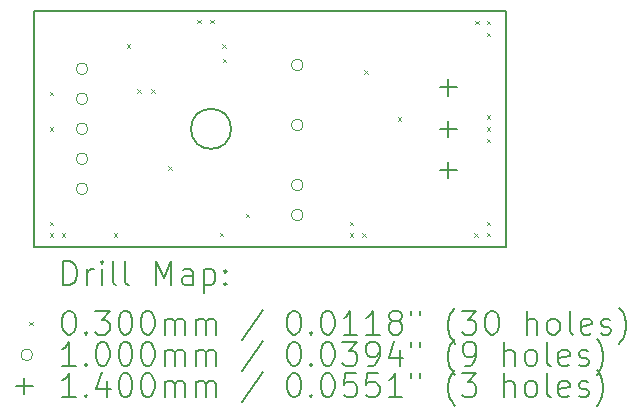
<source format=gbr>
%TF.GenerationSoftware,KiCad,Pcbnew,8.0.2*%
%TF.CreationDate,2024-06-29T14:50:50+02:00*%
%TF.ProjectId,STM32F4_GateSignalGenerator_GateDriver,53544d33-3246-4345-9f47-617465536967,rev?*%
%TF.SameCoordinates,Original*%
%TF.FileFunction,Drillmap*%
%TF.FilePolarity,Positive*%
%FSLAX45Y45*%
G04 Gerber Fmt 4.5, Leading zero omitted, Abs format (unit mm)*
G04 Created by KiCad (PCBNEW 8.0.2) date 2024-06-29 14:50:50*
%MOMM*%
%LPD*%
G01*
G04 APERTURE LIST*
%ADD10C,0.200000*%
%ADD11C,0.100000*%
%ADD12C,0.140000*%
G04 APERTURE END LIST*
D10*
X16770000Y-9400000D02*
G75*
G02*
X16430000Y-9400000I-170000J0D01*
G01*
X16430000Y-9400000D02*
G75*
G02*
X16770000Y-9400000I170000J0D01*
G01*
X15100000Y-8400000D02*
X19100000Y-8400000D01*
X19100000Y-10400000D01*
X15100000Y-10400000D01*
X15100000Y-8400000D01*
D11*
X15235000Y-9085000D02*
X15265000Y-9115000D01*
X15265000Y-9085000D02*
X15235000Y-9115000D01*
X15235000Y-9385000D02*
X15265000Y-9415000D01*
X15265000Y-9385000D02*
X15235000Y-9415000D01*
X15235000Y-10185000D02*
X15265000Y-10215000D01*
X15265000Y-10185000D02*
X15235000Y-10215000D01*
X15235000Y-10285000D02*
X15265000Y-10315000D01*
X15265000Y-10285000D02*
X15235000Y-10315000D01*
X15335000Y-10285000D02*
X15365000Y-10315000D01*
X15365000Y-10285000D02*
X15335000Y-10315000D01*
X15775000Y-10285000D02*
X15805000Y-10315000D01*
X15805000Y-10285000D02*
X15775000Y-10315000D01*
X15885000Y-8685000D02*
X15915000Y-8715000D01*
X15915000Y-8685000D02*
X15885000Y-8715000D01*
X15975000Y-9065000D02*
X16005000Y-9095000D01*
X16005000Y-9065000D02*
X15975000Y-9095000D01*
X16095000Y-9065000D02*
X16125000Y-9095000D01*
X16125000Y-9065000D02*
X16095000Y-9095000D01*
X16236250Y-9718750D02*
X16266250Y-9748750D01*
X16266250Y-9718750D02*
X16236250Y-9748750D01*
X16485000Y-8475000D02*
X16515000Y-8505000D01*
X16515000Y-8475000D02*
X16485000Y-8505000D01*
X16595000Y-8475000D02*
X16625000Y-8505000D01*
X16625000Y-8475000D02*
X16595000Y-8505000D01*
X16675000Y-10280000D02*
X16705000Y-10310000D01*
X16705000Y-10280000D02*
X16675000Y-10310000D01*
X16696054Y-8681500D02*
X16726054Y-8711500D01*
X16726054Y-8681500D02*
X16696054Y-8711500D01*
X16697500Y-8805000D02*
X16727500Y-8835000D01*
X16727500Y-8805000D02*
X16697500Y-8835000D01*
X16895000Y-10120000D02*
X16925000Y-10150000D01*
X16925000Y-10120000D02*
X16895000Y-10150000D01*
X17775000Y-10185000D02*
X17805000Y-10215000D01*
X17805000Y-10185000D02*
X17775000Y-10215000D01*
X17775000Y-10285000D02*
X17805000Y-10315000D01*
X17805000Y-10285000D02*
X17775000Y-10315000D01*
X17880000Y-10285000D02*
X17910000Y-10315000D01*
X17910000Y-10285000D02*
X17880000Y-10315000D01*
X17895000Y-8905000D02*
X17925000Y-8935000D01*
X17925000Y-8905000D02*
X17895000Y-8935000D01*
X18180000Y-9300000D02*
X18210000Y-9330000D01*
X18210000Y-9300000D02*
X18180000Y-9330000D01*
X18830000Y-10285000D02*
X18860000Y-10315000D01*
X18860000Y-10285000D02*
X18830000Y-10315000D01*
X18835000Y-8485000D02*
X18865000Y-8515000D01*
X18865000Y-8485000D02*
X18835000Y-8515000D01*
X18935000Y-8485000D02*
X18965000Y-8515000D01*
X18965000Y-8485000D02*
X18935000Y-8515000D01*
X18935000Y-8585000D02*
X18965000Y-8615000D01*
X18965000Y-8585000D02*
X18935000Y-8615000D01*
X18935000Y-9285000D02*
X18965000Y-9315000D01*
X18965000Y-9285000D02*
X18935000Y-9315000D01*
X18935000Y-9385000D02*
X18965000Y-9415000D01*
X18965000Y-9385000D02*
X18935000Y-9415000D01*
X18935000Y-9485000D02*
X18965000Y-9515000D01*
X18965000Y-9485000D02*
X18935000Y-9515000D01*
X18935000Y-10185000D02*
X18965000Y-10215000D01*
X18965000Y-10185000D02*
X18935000Y-10215000D01*
X18935000Y-10280000D02*
X18965000Y-10310000D01*
X18965000Y-10280000D02*
X18935000Y-10310000D01*
X15557500Y-8891500D02*
G75*
G02*
X15457500Y-8891500I-50000J0D01*
G01*
X15457500Y-8891500D02*
G75*
G02*
X15557500Y-8891500I50000J0D01*
G01*
X15557500Y-9145500D02*
G75*
G02*
X15457500Y-9145500I-50000J0D01*
G01*
X15457500Y-9145500D02*
G75*
G02*
X15557500Y-9145500I50000J0D01*
G01*
X15557500Y-9399500D02*
G75*
G02*
X15457500Y-9399500I-50000J0D01*
G01*
X15457500Y-9399500D02*
G75*
G02*
X15557500Y-9399500I50000J0D01*
G01*
X15557500Y-9653500D02*
G75*
G02*
X15457500Y-9653500I-50000J0D01*
G01*
X15457500Y-9653500D02*
G75*
G02*
X15557500Y-9653500I50000J0D01*
G01*
X15557500Y-9907500D02*
G75*
G02*
X15457500Y-9907500I-50000J0D01*
G01*
X15457500Y-9907500D02*
G75*
G02*
X15557500Y-9907500I50000J0D01*
G01*
X17380000Y-8860000D02*
G75*
G02*
X17280000Y-8860000I-50000J0D01*
G01*
X17280000Y-8860000D02*
G75*
G02*
X17380000Y-8860000I50000J0D01*
G01*
X17380000Y-9368000D02*
G75*
G02*
X17280000Y-9368000I-50000J0D01*
G01*
X17280000Y-9368000D02*
G75*
G02*
X17380000Y-9368000I50000J0D01*
G01*
X17380000Y-9876000D02*
G75*
G02*
X17280000Y-9876000I-50000J0D01*
G01*
X17280000Y-9876000D02*
G75*
G02*
X17380000Y-9876000I50000J0D01*
G01*
X17380000Y-10130000D02*
G75*
G02*
X17280000Y-10130000I-50000J0D01*
G01*
X17280000Y-10130000D02*
G75*
G02*
X17380000Y-10130000I50000J0D01*
G01*
D12*
X18610000Y-8980000D02*
X18610000Y-9120000D01*
X18540000Y-9050000D02*
X18680000Y-9050000D01*
X18610000Y-9330000D02*
X18610000Y-9470000D01*
X18540000Y-9400000D02*
X18680000Y-9400000D01*
X18610000Y-9680000D02*
X18610000Y-9820000D01*
X18540000Y-9750000D02*
X18680000Y-9750000D01*
D10*
X15350777Y-10721484D02*
X15350777Y-10521484D01*
X15350777Y-10521484D02*
X15398396Y-10521484D01*
X15398396Y-10521484D02*
X15426967Y-10531008D01*
X15426967Y-10531008D02*
X15446015Y-10550055D01*
X15446015Y-10550055D02*
X15455539Y-10569103D01*
X15455539Y-10569103D02*
X15465062Y-10607198D01*
X15465062Y-10607198D02*
X15465062Y-10635770D01*
X15465062Y-10635770D02*
X15455539Y-10673865D01*
X15455539Y-10673865D02*
X15446015Y-10692912D01*
X15446015Y-10692912D02*
X15426967Y-10711960D01*
X15426967Y-10711960D02*
X15398396Y-10721484D01*
X15398396Y-10721484D02*
X15350777Y-10721484D01*
X15550777Y-10721484D02*
X15550777Y-10588150D01*
X15550777Y-10626246D02*
X15560301Y-10607198D01*
X15560301Y-10607198D02*
X15569824Y-10597674D01*
X15569824Y-10597674D02*
X15588872Y-10588150D01*
X15588872Y-10588150D02*
X15607920Y-10588150D01*
X15674586Y-10721484D02*
X15674586Y-10588150D01*
X15674586Y-10521484D02*
X15665062Y-10531008D01*
X15665062Y-10531008D02*
X15674586Y-10540531D01*
X15674586Y-10540531D02*
X15684110Y-10531008D01*
X15684110Y-10531008D02*
X15674586Y-10521484D01*
X15674586Y-10521484D02*
X15674586Y-10540531D01*
X15798396Y-10721484D02*
X15779348Y-10711960D01*
X15779348Y-10711960D02*
X15769824Y-10692912D01*
X15769824Y-10692912D02*
X15769824Y-10521484D01*
X15903158Y-10721484D02*
X15884110Y-10711960D01*
X15884110Y-10711960D02*
X15874586Y-10692912D01*
X15874586Y-10692912D02*
X15874586Y-10521484D01*
X16131729Y-10721484D02*
X16131729Y-10521484D01*
X16131729Y-10521484D02*
X16198396Y-10664341D01*
X16198396Y-10664341D02*
X16265062Y-10521484D01*
X16265062Y-10521484D02*
X16265062Y-10721484D01*
X16446015Y-10721484D02*
X16446015Y-10616722D01*
X16446015Y-10616722D02*
X16436491Y-10597674D01*
X16436491Y-10597674D02*
X16417443Y-10588150D01*
X16417443Y-10588150D02*
X16379348Y-10588150D01*
X16379348Y-10588150D02*
X16360301Y-10597674D01*
X16446015Y-10711960D02*
X16426967Y-10721484D01*
X16426967Y-10721484D02*
X16379348Y-10721484D01*
X16379348Y-10721484D02*
X16360301Y-10711960D01*
X16360301Y-10711960D02*
X16350777Y-10692912D01*
X16350777Y-10692912D02*
X16350777Y-10673865D01*
X16350777Y-10673865D02*
X16360301Y-10654817D01*
X16360301Y-10654817D02*
X16379348Y-10645293D01*
X16379348Y-10645293D02*
X16426967Y-10645293D01*
X16426967Y-10645293D02*
X16446015Y-10635770D01*
X16541253Y-10588150D02*
X16541253Y-10788150D01*
X16541253Y-10597674D02*
X16560301Y-10588150D01*
X16560301Y-10588150D02*
X16598396Y-10588150D01*
X16598396Y-10588150D02*
X16617443Y-10597674D01*
X16617443Y-10597674D02*
X16626967Y-10607198D01*
X16626967Y-10607198D02*
X16636491Y-10626246D01*
X16636491Y-10626246D02*
X16636491Y-10683389D01*
X16636491Y-10683389D02*
X16626967Y-10702436D01*
X16626967Y-10702436D02*
X16617443Y-10711960D01*
X16617443Y-10711960D02*
X16598396Y-10721484D01*
X16598396Y-10721484D02*
X16560301Y-10721484D01*
X16560301Y-10721484D02*
X16541253Y-10711960D01*
X16722205Y-10702436D02*
X16731729Y-10711960D01*
X16731729Y-10711960D02*
X16722205Y-10721484D01*
X16722205Y-10721484D02*
X16712682Y-10711960D01*
X16712682Y-10711960D02*
X16722205Y-10702436D01*
X16722205Y-10702436D02*
X16722205Y-10721484D01*
X16722205Y-10597674D02*
X16731729Y-10607198D01*
X16731729Y-10607198D02*
X16722205Y-10616722D01*
X16722205Y-10616722D02*
X16712682Y-10607198D01*
X16712682Y-10607198D02*
X16722205Y-10597674D01*
X16722205Y-10597674D02*
X16722205Y-10616722D01*
D11*
X15060000Y-11035000D02*
X15090000Y-11065000D01*
X15090000Y-11035000D02*
X15060000Y-11065000D01*
D10*
X15388872Y-10941484D02*
X15407920Y-10941484D01*
X15407920Y-10941484D02*
X15426967Y-10951008D01*
X15426967Y-10951008D02*
X15436491Y-10960531D01*
X15436491Y-10960531D02*
X15446015Y-10979579D01*
X15446015Y-10979579D02*
X15455539Y-11017674D01*
X15455539Y-11017674D02*
X15455539Y-11065293D01*
X15455539Y-11065293D02*
X15446015Y-11103389D01*
X15446015Y-11103389D02*
X15436491Y-11122436D01*
X15436491Y-11122436D02*
X15426967Y-11131960D01*
X15426967Y-11131960D02*
X15407920Y-11141484D01*
X15407920Y-11141484D02*
X15388872Y-11141484D01*
X15388872Y-11141484D02*
X15369824Y-11131960D01*
X15369824Y-11131960D02*
X15360301Y-11122436D01*
X15360301Y-11122436D02*
X15350777Y-11103389D01*
X15350777Y-11103389D02*
X15341253Y-11065293D01*
X15341253Y-11065293D02*
X15341253Y-11017674D01*
X15341253Y-11017674D02*
X15350777Y-10979579D01*
X15350777Y-10979579D02*
X15360301Y-10960531D01*
X15360301Y-10960531D02*
X15369824Y-10951008D01*
X15369824Y-10951008D02*
X15388872Y-10941484D01*
X15541253Y-11122436D02*
X15550777Y-11131960D01*
X15550777Y-11131960D02*
X15541253Y-11141484D01*
X15541253Y-11141484D02*
X15531729Y-11131960D01*
X15531729Y-11131960D02*
X15541253Y-11122436D01*
X15541253Y-11122436D02*
X15541253Y-11141484D01*
X15617443Y-10941484D02*
X15741253Y-10941484D01*
X15741253Y-10941484D02*
X15674586Y-11017674D01*
X15674586Y-11017674D02*
X15703158Y-11017674D01*
X15703158Y-11017674D02*
X15722205Y-11027198D01*
X15722205Y-11027198D02*
X15731729Y-11036722D01*
X15731729Y-11036722D02*
X15741253Y-11055770D01*
X15741253Y-11055770D02*
X15741253Y-11103389D01*
X15741253Y-11103389D02*
X15731729Y-11122436D01*
X15731729Y-11122436D02*
X15722205Y-11131960D01*
X15722205Y-11131960D02*
X15703158Y-11141484D01*
X15703158Y-11141484D02*
X15646015Y-11141484D01*
X15646015Y-11141484D02*
X15626967Y-11131960D01*
X15626967Y-11131960D02*
X15617443Y-11122436D01*
X15865062Y-10941484D02*
X15884110Y-10941484D01*
X15884110Y-10941484D02*
X15903158Y-10951008D01*
X15903158Y-10951008D02*
X15912682Y-10960531D01*
X15912682Y-10960531D02*
X15922205Y-10979579D01*
X15922205Y-10979579D02*
X15931729Y-11017674D01*
X15931729Y-11017674D02*
X15931729Y-11065293D01*
X15931729Y-11065293D02*
X15922205Y-11103389D01*
X15922205Y-11103389D02*
X15912682Y-11122436D01*
X15912682Y-11122436D02*
X15903158Y-11131960D01*
X15903158Y-11131960D02*
X15884110Y-11141484D01*
X15884110Y-11141484D02*
X15865062Y-11141484D01*
X15865062Y-11141484D02*
X15846015Y-11131960D01*
X15846015Y-11131960D02*
X15836491Y-11122436D01*
X15836491Y-11122436D02*
X15826967Y-11103389D01*
X15826967Y-11103389D02*
X15817443Y-11065293D01*
X15817443Y-11065293D02*
X15817443Y-11017674D01*
X15817443Y-11017674D02*
X15826967Y-10979579D01*
X15826967Y-10979579D02*
X15836491Y-10960531D01*
X15836491Y-10960531D02*
X15846015Y-10951008D01*
X15846015Y-10951008D02*
X15865062Y-10941484D01*
X16055539Y-10941484D02*
X16074586Y-10941484D01*
X16074586Y-10941484D02*
X16093634Y-10951008D01*
X16093634Y-10951008D02*
X16103158Y-10960531D01*
X16103158Y-10960531D02*
X16112682Y-10979579D01*
X16112682Y-10979579D02*
X16122205Y-11017674D01*
X16122205Y-11017674D02*
X16122205Y-11065293D01*
X16122205Y-11065293D02*
X16112682Y-11103389D01*
X16112682Y-11103389D02*
X16103158Y-11122436D01*
X16103158Y-11122436D02*
X16093634Y-11131960D01*
X16093634Y-11131960D02*
X16074586Y-11141484D01*
X16074586Y-11141484D02*
X16055539Y-11141484D01*
X16055539Y-11141484D02*
X16036491Y-11131960D01*
X16036491Y-11131960D02*
X16026967Y-11122436D01*
X16026967Y-11122436D02*
X16017443Y-11103389D01*
X16017443Y-11103389D02*
X16007920Y-11065293D01*
X16007920Y-11065293D02*
X16007920Y-11017674D01*
X16007920Y-11017674D02*
X16017443Y-10979579D01*
X16017443Y-10979579D02*
X16026967Y-10960531D01*
X16026967Y-10960531D02*
X16036491Y-10951008D01*
X16036491Y-10951008D02*
X16055539Y-10941484D01*
X16207920Y-11141484D02*
X16207920Y-11008150D01*
X16207920Y-11027198D02*
X16217443Y-11017674D01*
X16217443Y-11017674D02*
X16236491Y-11008150D01*
X16236491Y-11008150D02*
X16265063Y-11008150D01*
X16265063Y-11008150D02*
X16284110Y-11017674D01*
X16284110Y-11017674D02*
X16293634Y-11036722D01*
X16293634Y-11036722D02*
X16293634Y-11141484D01*
X16293634Y-11036722D02*
X16303158Y-11017674D01*
X16303158Y-11017674D02*
X16322205Y-11008150D01*
X16322205Y-11008150D02*
X16350777Y-11008150D01*
X16350777Y-11008150D02*
X16369824Y-11017674D01*
X16369824Y-11017674D02*
X16379348Y-11036722D01*
X16379348Y-11036722D02*
X16379348Y-11141484D01*
X16474586Y-11141484D02*
X16474586Y-11008150D01*
X16474586Y-11027198D02*
X16484110Y-11017674D01*
X16484110Y-11017674D02*
X16503158Y-11008150D01*
X16503158Y-11008150D02*
X16531729Y-11008150D01*
X16531729Y-11008150D02*
X16550777Y-11017674D01*
X16550777Y-11017674D02*
X16560301Y-11036722D01*
X16560301Y-11036722D02*
X16560301Y-11141484D01*
X16560301Y-11036722D02*
X16569824Y-11017674D01*
X16569824Y-11017674D02*
X16588872Y-11008150D01*
X16588872Y-11008150D02*
X16617443Y-11008150D01*
X16617443Y-11008150D02*
X16636491Y-11017674D01*
X16636491Y-11017674D02*
X16646015Y-11036722D01*
X16646015Y-11036722D02*
X16646015Y-11141484D01*
X17036491Y-10931960D02*
X16865063Y-11189103D01*
X17293634Y-10941484D02*
X17312682Y-10941484D01*
X17312682Y-10941484D02*
X17331729Y-10951008D01*
X17331729Y-10951008D02*
X17341253Y-10960531D01*
X17341253Y-10960531D02*
X17350777Y-10979579D01*
X17350777Y-10979579D02*
X17360301Y-11017674D01*
X17360301Y-11017674D02*
X17360301Y-11065293D01*
X17360301Y-11065293D02*
X17350777Y-11103389D01*
X17350777Y-11103389D02*
X17341253Y-11122436D01*
X17341253Y-11122436D02*
X17331729Y-11131960D01*
X17331729Y-11131960D02*
X17312682Y-11141484D01*
X17312682Y-11141484D02*
X17293634Y-11141484D01*
X17293634Y-11141484D02*
X17274587Y-11131960D01*
X17274587Y-11131960D02*
X17265063Y-11122436D01*
X17265063Y-11122436D02*
X17255539Y-11103389D01*
X17255539Y-11103389D02*
X17246015Y-11065293D01*
X17246015Y-11065293D02*
X17246015Y-11017674D01*
X17246015Y-11017674D02*
X17255539Y-10979579D01*
X17255539Y-10979579D02*
X17265063Y-10960531D01*
X17265063Y-10960531D02*
X17274587Y-10951008D01*
X17274587Y-10951008D02*
X17293634Y-10941484D01*
X17446015Y-11122436D02*
X17455539Y-11131960D01*
X17455539Y-11131960D02*
X17446015Y-11141484D01*
X17446015Y-11141484D02*
X17436491Y-11131960D01*
X17436491Y-11131960D02*
X17446015Y-11122436D01*
X17446015Y-11122436D02*
X17446015Y-11141484D01*
X17579348Y-10941484D02*
X17598396Y-10941484D01*
X17598396Y-10941484D02*
X17617444Y-10951008D01*
X17617444Y-10951008D02*
X17626968Y-10960531D01*
X17626968Y-10960531D02*
X17636491Y-10979579D01*
X17636491Y-10979579D02*
X17646015Y-11017674D01*
X17646015Y-11017674D02*
X17646015Y-11065293D01*
X17646015Y-11065293D02*
X17636491Y-11103389D01*
X17636491Y-11103389D02*
X17626968Y-11122436D01*
X17626968Y-11122436D02*
X17617444Y-11131960D01*
X17617444Y-11131960D02*
X17598396Y-11141484D01*
X17598396Y-11141484D02*
X17579348Y-11141484D01*
X17579348Y-11141484D02*
X17560301Y-11131960D01*
X17560301Y-11131960D02*
X17550777Y-11122436D01*
X17550777Y-11122436D02*
X17541253Y-11103389D01*
X17541253Y-11103389D02*
X17531729Y-11065293D01*
X17531729Y-11065293D02*
X17531729Y-11017674D01*
X17531729Y-11017674D02*
X17541253Y-10979579D01*
X17541253Y-10979579D02*
X17550777Y-10960531D01*
X17550777Y-10960531D02*
X17560301Y-10951008D01*
X17560301Y-10951008D02*
X17579348Y-10941484D01*
X17836491Y-11141484D02*
X17722206Y-11141484D01*
X17779348Y-11141484D02*
X17779348Y-10941484D01*
X17779348Y-10941484D02*
X17760301Y-10970055D01*
X17760301Y-10970055D02*
X17741253Y-10989103D01*
X17741253Y-10989103D02*
X17722206Y-10998627D01*
X18026968Y-11141484D02*
X17912682Y-11141484D01*
X17969825Y-11141484D02*
X17969825Y-10941484D01*
X17969825Y-10941484D02*
X17950777Y-10970055D01*
X17950777Y-10970055D02*
X17931729Y-10989103D01*
X17931729Y-10989103D02*
X17912682Y-10998627D01*
X18141253Y-11027198D02*
X18122206Y-11017674D01*
X18122206Y-11017674D02*
X18112682Y-11008150D01*
X18112682Y-11008150D02*
X18103158Y-10989103D01*
X18103158Y-10989103D02*
X18103158Y-10979579D01*
X18103158Y-10979579D02*
X18112682Y-10960531D01*
X18112682Y-10960531D02*
X18122206Y-10951008D01*
X18122206Y-10951008D02*
X18141253Y-10941484D01*
X18141253Y-10941484D02*
X18179349Y-10941484D01*
X18179349Y-10941484D02*
X18198396Y-10951008D01*
X18198396Y-10951008D02*
X18207920Y-10960531D01*
X18207920Y-10960531D02*
X18217444Y-10979579D01*
X18217444Y-10979579D02*
X18217444Y-10989103D01*
X18217444Y-10989103D02*
X18207920Y-11008150D01*
X18207920Y-11008150D02*
X18198396Y-11017674D01*
X18198396Y-11017674D02*
X18179349Y-11027198D01*
X18179349Y-11027198D02*
X18141253Y-11027198D01*
X18141253Y-11027198D02*
X18122206Y-11036722D01*
X18122206Y-11036722D02*
X18112682Y-11046246D01*
X18112682Y-11046246D02*
X18103158Y-11065293D01*
X18103158Y-11065293D02*
X18103158Y-11103389D01*
X18103158Y-11103389D02*
X18112682Y-11122436D01*
X18112682Y-11122436D02*
X18122206Y-11131960D01*
X18122206Y-11131960D02*
X18141253Y-11141484D01*
X18141253Y-11141484D02*
X18179349Y-11141484D01*
X18179349Y-11141484D02*
X18198396Y-11131960D01*
X18198396Y-11131960D02*
X18207920Y-11122436D01*
X18207920Y-11122436D02*
X18217444Y-11103389D01*
X18217444Y-11103389D02*
X18217444Y-11065293D01*
X18217444Y-11065293D02*
X18207920Y-11046246D01*
X18207920Y-11046246D02*
X18198396Y-11036722D01*
X18198396Y-11036722D02*
X18179349Y-11027198D01*
X18293634Y-10941484D02*
X18293634Y-10979579D01*
X18369825Y-10941484D02*
X18369825Y-10979579D01*
X18665063Y-11217674D02*
X18655539Y-11208150D01*
X18655539Y-11208150D02*
X18636491Y-11179579D01*
X18636491Y-11179579D02*
X18626968Y-11160531D01*
X18626968Y-11160531D02*
X18617444Y-11131960D01*
X18617444Y-11131960D02*
X18607920Y-11084341D01*
X18607920Y-11084341D02*
X18607920Y-11046246D01*
X18607920Y-11046246D02*
X18617444Y-10998627D01*
X18617444Y-10998627D02*
X18626968Y-10970055D01*
X18626968Y-10970055D02*
X18636491Y-10951008D01*
X18636491Y-10951008D02*
X18655539Y-10922436D01*
X18655539Y-10922436D02*
X18665063Y-10912912D01*
X18722206Y-10941484D02*
X18846015Y-10941484D01*
X18846015Y-10941484D02*
X18779349Y-11017674D01*
X18779349Y-11017674D02*
X18807920Y-11017674D01*
X18807920Y-11017674D02*
X18826968Y-11027198D01*
X18826968Y-11027198D02*
X18836491Y-11036722D01*
X18836491Y-11036722D02*
X18846015Y-11055770D01*
X18846015Y-11055770D02*
X18846015Y-11103389D01*
X18846015Y-11103389D02*
X18836491Y-11122436D01*
X18836491Y-11122436D02*
X18826968Y-11131960D01*
X18826968Y-11131960D02*
X18807920Y-11141484D01*
X18807920Y-11141484D02*
X18750777Y-11141484D01*
X18750777Y-11141484D02*
X18731730Y-11131960D01*
X18731730Y-11131960D02*
X18722206Y-11122436D01*
X18969825Y-10941484D02*
X18988872Y-10941484D01*
X18988872Y-10941484D02*
X19007920Y-10951008D01*
X19007920Y-10951008D02*
X19017444Y-10960531D01*
X19017444Y-10960531D02*
X19026968Y-10979579D01*
X19026968Y-10979579D02*
X19036491Y-11017674D01*
X19036491Y-11017674D02*
X19036491Y-11065293D01*
X19036491Y-11065293D02*
X19026968Y-11103389D01*
X19026968Y-11103389D02*
X19017444Y-11122436D01*
X19017444Y-11122436D02*
X19007920Y-11131960D01*
X19007920Y-11131960D02*
X18988872Y-11141484D01*
X18988872Y-11141484D02*
X18969825Y-11141484D01*
X18969825Y-11141484D02*
X18950777Y-11131960D01*
X18950777Y-11131960D02*
X18941253Y-11122436D01*
X18941253Y-11122436D02*
X18931730Y-11103389D01*
X18931730Y-11103389D02*
X18922206Y-11065293D01*
X18922206Y-11065293D02*
X18922206Y-11017674D01*
X18922206Y-11017674D02*
X18931730Y-10979579D01*
X18931730Y-10979579D02*
X18941253Y-10960531D01*
X18941253Y-10960531D02*
X18950777Y-10951008D01*
X18950777Y-10951008D02*
X18969825Y-10941484D01*
X19274587Y-11141484D02*
X19274587Y-10941484D01*
X19360301Y-11141484D02*
X19360301Y-11036722D01*
X19360301Y-11036722D02*
X19350777Y-11017674D01*
X19350777Y-11017674D02*
X19331730Y-11008150D01*
X19331730Y-11008150D02*
X19303158Y-11008150D01*
X19303158Y-11008150D02*
X19284111Y-11017674D01*
X19284111Y-11017674D02*
X19274587Y-11027198D01*
X19484111Y-11141484D02*
X19465063Y-11131960D01*
X19465063Y-11131960D02*
X19455539Y-11122436D01*
X19455539Y-11122436D02*
X19446015Y-11103389D01*
X19446015Y-11103389D02*
X19446015Y-11046246D01*
X19446015Y-11046246D02*
X19455539Y-11027198D01*
X19455539Y-11027198D02*
X19465063Y-11017674D01*
X19465063Y-11017674D02*
X19484111Y-11008150D01*
X19484111Y-11008150D02*
X19512682Y-11008150D01*
X19512682Y-11008150D02*
X19531730Y-11017674D01*
X19531730Y-11017674D02*
X19541253Y-11027198D01*
X19541253Y-11027198D02*
X19550777Y-11046246D01*
X19550777Y-11046246D02*
X19550777Y-11103389D01*
X19550777Y-11103389D02*
X19541253Y-11122436D01*
X19541253Y-11122436D02*
X19531730Y-11131960D01*
X19531730Y-11131960D02*
X19512682Y-11141484D01*
X19512682Y-11141484D02*
X19484111Y-11141484D01*
X19665063Y-11141484D02*
X19646015Y-11131960D01*
X19646015Y-11131960D02*
X19636492Y-11112912D01*
X19636492Y-11112912D02*
X19636492Y-10941484D01*
X19817444Y-11131960D02*
X19798396Y-11141484D01*
X19798396Y-11141484D02*
X19760301Y-11141484D01*
X19760301Y-11141484D02*
X19741253Y-11131960D01*
X19741253Y-11131960D02*
X19731730Y-11112912D01*
X19731730Y-11112912D02*
X19731730Y-11036722D01*
X19731730Y-11036722D02*
X19741253Y-11017674D01*
X19741253Y-11017674D02*
X19760301Y-11008150D01*
X19760301Y-11008150D02*
X19798396Y-11008150D01*
X19798396Y-11008150D02*
X19817444Y-11017674D01*
X19817444Y-11017674D02*
X19826968Y-11036722D01*
X19826968Y-11036722D02*
X19826968Y-11055770D01*
X19826968Y-11055770D02*
X19731730Y-11074817D01*
X19903158Y-11131960D02*
X19922206Y-11141484D01*
X19922206Y-11141484D02*
X19960301Y-11141484D01*
X19960301Y-11141484D02*
X19979349Y-11131960D01*
X19979349Y-11131960D02*
X19988873Y-11112912D01*
X19988873Y-11112912D02*
X19988873Y-11103389D01*
X19988873Y-11103389D02*
X19979349Y-11084341D01*
X19979349Y-11084341D02*
X19960301Y-11074817D01*
X19960301Y-11074817D02*
X19931730Y-11074817D01*
X19931730Y-11074817D02*
X19912682Y-11065293D01*
X19912682Y-11065293D02*
X19903158Y-11046246D01*
X19903158Y-11046246D02*
X19903158Y-11036722D01*
X19903158Y-11036722D02*
X19912682Y-11017674D01*
X19912682Y-11017674D02*
X19931730Y-11008150D01*
X19931730Y-11008150D02*
X19960301Y-11008150D01*
X19960301Y-11008150D02*
X19979349Y-11017674D01*
X20055539Y-11217674D02*
X20065063Y-11208150D01*
X20065063Y-11208150D02*
X20084111Y-11179579D01*
X20084111Y-11179579D02*
X20093634Y-11160531D01*
X20093634Y-11160531D02*
X20103158Y-11131960D01*
X20103158Y-11131960D02*
X20112682Y-11084341D01*
X20112682Y-11084341D02*
X20112682Y-11046246D01*
X20112682Y-11046246D02*
X20103158Y-10998627D01*
X20103158Y-10998627D02*
X20093634Y-10970055D01*
X20093634Y-10970055D02*
X20084111Y-10951008D01*
X20084111Y-10951008D02*
X20065063Y-10922436D01*
X20065063Y-10922436D02*
X20055539Y-10912912D01*
D11*
X15090000Y-11314000D02*
G75*
G02*
X14990000Y-11314000I-50000J0D01*
G01*
X14990000Y-11314000D02*
G75*
G02*
X15090000Y-11314000I50000J0D01*
G01*
D10*
X15455539Y-11405484D02*
X15341253Y-11405484D01*
X15398396Y-11405484D02*
X15398396Y-11205484D01*
X15398396Y-11205484D02*
X15379348Y-11234055D01*
X15379348Y-11234055D02*
X15360301Y-11253103D01*
X15360301Y-11253103D02*
X15341253Y-11262627D01*
X15541253Y-11386436D02*
X15550777Y-11395960D01*
X15550777Y-11395960D02*
X15541253Y-11405484D01*
X15541253Y-11405484D02*
X15531729Y-11395960D01*
X15531729Y-11395960D02*
X15541253Y-11386436D01*
X15541253Y-11386436D02*
X15541253Y-11405484D01*
X15674586Y-11205484D02*
X15693634Y-11205484D01*
X15693634Y-11205484D02*
X15712682Y-11215008D01*
X15712682Y-11215008D02*
X15722205Y-11224531D01*
X15722205Y-11224531D02*
X15731729Y-11243579D01*
X15731729Y-11243579D02*
X15741253Y-11281674D01*
X15741253Y-11281674D02*
X15741253Y-11329293D01*
X15741253Y-11329293D02*
X15731729Y-11367388D01*
X15731729Y-11367388D02*
X15722205Y-11386436D01*
X15722205Y-11386436D02*
X15712682Y-11395960D01*
X15712682Y-11395960D02*
X15693634Y-11405484D01*
X15693634Y-11405484D02*
X15674586Y-11405484D01*
X15674586Y-11405484D02*
X15655539Y-11395960D01*
X15655539Y-11395960D02*
X15646015Y-11386436D01*
X15646015Y-11386436D02*
X15636491Y-11367388D01*
X15636491Y-11367388D02*
X15626967Y-11329293D01*
X15626967Y-11329293D02*
X15626967Y-11281674D01*
X15626967Y-11281674D02*
X15636491Y-11243579D01*
X15636491Y-11243579D02*
X15646015Y-11224531D01*
X15646015Y-11224531D02*
X15655539Y-11215008D01*
X15655539Y-11215008D02*
X15674586Y-11205484D01*
X15865062Y-11205484D02*
X15884110Y-11205484D01*
X15884110Y-11205484D02*
X15903158Y-11215008D01*
X15903158Y-11215008D02*
X15912682Y-11224531D01*
X15912682Y-11224531D02*
X15922205Y-11243579D01*
X15922205Y-11243579D02*
X15931729Y-11281674D01*
X15931729Y-11281674D02*
X15931729Y-11329293D01*
X15931729Y-11329293D02*
X15922205Y-11367388D01*
X15922205Y-11367388D02*
X15912682Y-11386436D01*
X15912682Y-11386436D02*
X15903158Y-11395960D01*
X15903158Y-11395960D02*
X15884110Y-11405484D01*
X15884110Y-11405484D02*
X15865062Y-11405484D01*
X15865062Y-11405484D02*
X15846015Y-11395960D01*
X15846015Y-11395960D02*
X15836491Y-11386436D01*
X15836491Y-11386436D02*
X15826967Y-11367388D01*
X15826967Y-11367388D02*
X15817443Y-11329293D01*
X15817443Y-11329293D02*
X15817443Y-11281674D01*
X15817443Y-11281674D02*
X15826967Y-11243579D01*
X15826967Y-11243579D02*
X15836491Y-11224531D01*
X15836491Y-11224531D02*
X15846015Y-11215008D01*
X15846015Y-11215008D02*
X15865062Y-11205484D01*
X16055539Y-11205484D02*
X16074586Y-11205484D01*
X16074586Y-11205484D02*
X16093634Y-11215008D01*
X16093634Y-11215008D02*
X16103158Y-11224531D01*
X16103158Y-11224531D02*
X16112682Y-11243579D01*
X16112682Y-11243579D02*
X16122205Y-11281674D01*
X16122205Y-11281674D02*
X16122205Y-11329293D01*
X16122205Y-11329293D02*
X16112682Y-11367388D01*
X16112682Y-11367388D02*
X16103158Y-11386436D01*
X16103158Y-11386436D02*
X16093634Y-11395960D01*
X16093634Y-11395960D02*
X16074586Y-11405484D01*
X16074586Y-11405484D02*
X16055539Y-11405484D01*
X16055539Y-11405484D02*
X16036491Y-11395960D01*
X16036491Y-11395960D02*
X16026967Y-11386436D01*
X16026967Y-11386436D02*
X16017443Y-11367388D01*
X16017443Y-11367388D02*
X16007920Y-11329293D01*
X16007920Y-11329293D02*
X16007920Y-11281674D01*
X16007920Y-11281674D02*
X16017443Y-11243579D01*
X16017443Y-11243579D02*
X16026967Y-11224531D01*
X16026967Y-11224531D02*
X16036491Y-11215008D01*
X16036491Y-11215008D02*
X16055539Y-11205484D01*
X16207920Y-11405484D02*
X16207920Y-11272150D01*
X16207920Y-11291198D02*
X16217443Y-11281674D01*
X16217443Y-11281674D02*
X16236491Y-11272150D01*
X16236491Y-11272150D02*
X16265063Y-11272150D01*
X16265063Y-11272150D02*
X16284110Y-11281674D01*
X16284110Y-11281674D02*
X16293634Y-11300722D01*
X16293634Y-11300722D02*
X16293634Y-11405484D01*
X16293634Y-11300722D02*
X16303158Y-11281674D01*
X16303158Y-11281674D02*
X16322205Y-11272150D01*
X16322205Y-11272150D02*
X16350777Y-11272150D01*
X16350777Y-11272150D02*
X16369824Y-11281674D01*
X16369824Y-11281674D02*
X16379348Y-11300722D01*
X16379348Y-11300722D02*
X16379348Y-11405484D01*
X16474586Y-11405484D02*
X16474586Y-11272150D01*
X16474586Y-11291198D02*
X16484110Y-11281674D01*
X16484110Y-11281674D02*
X16503158Y-11272150D01*
X16503158Y-11272150D02*
X16531729Y-11272150D01*
X16531729Y-11272150D02*
X16550777Y-11281674D01*
X16550777Y-11281674D02*
X16560301Y-11300722D01*
X16560301Y-11300722D02*
X16560301Y-11405484D01*
X16560301Y-11300722D02*
X16569824Y-11281674D01*
X16569824Y-11281674D02*
X16588872Y-11272150D01*
X16588872Y-11272150D02*
X16617443Y-11272150D01*
X16617443Y-11272150D02*
X16636491Y-11281674D01*
X16636491Y-11281674D02*
X16646015Y-11300722D01*
X16646015Y-11300722D02*
X16646015Y-11405484D01*
X17036491Y-11195960D02*
X16865063Y-11453103D01*
X17293634Y-11205484D02*
X17312682Y-11205484D01*
X17312682Y-11205484D02*
X17331729Y-11215008D01*
X17331729Y-11215008D02*
X17341253Y-11224531D01*
X17341253Y-11224531D02*
X17350777Y-11243579D01*
X17350777Y-11243579D02*
X17360301Y-11281674D01*
X17360301Y-11281674D02*
X17360301Y-11329293D01*
X17360301Y-11329293D02*
X17350777Y-11367388D01*
X17350777Y-11367388D02*
X17341253Y-11386436D01*
X17341253Y-11386436D02*
X17331729Y-11395960D01*
X17331729Y-11395960D02*
X17312682Y-11405484D01*
X17312682Y-11405484D02*
X17293634Y-11405484D01*
X17293634Y-11405484D02*
X17274587Y-11395960D01*
X17274587Y-11395960D02*
X17265063Y-11386436D01*
X17265063Y-11386436D02*
X17255539Y-11367388D01*
X17255539Y-11367388D02*
X17246015Y-11329293D01*
X17246015Y-11329293D02*
X17246015Y-11281674D01*
X17246015Y-11281674D02*
X17255539Y-11243579D01*
X17255539Y-11243579D02*
X17265063Y-11224531D01*
X17265063Y-11224531D02*
X17274587Y-11215008D01*
X17274587Y-11215008D02*
X17293634Y-11205484D01*
X17446015Y-11386436D02*
X17455539Y-11395960D01*
X17455539Y-11395960D02*
X17446015Y-11405484D01*
X17446015Y-11405484D02*
X17436491Y-11395960D01*
X17436491Y-11395960D02*
X17446015Y-11386436D01*
X17446015Y-11386436D02*
X17446015Y-11405484D01*
X17579348Y-11205484D02*
X17598396Y-11205484D01*
X17598396Y-11205484D02*
X17617444Y-11215008D01*
X17617444Y-11215008D02*
X17626968Y-11224531D01*
X17626968Y-11224531D02*
X17636491Y-11243579D01*
X17636491Y-11243579D02*
X17646015Y-11281674D01*
X17646015Y-11281674D02*
X17646015Y-11329293D01*
X17646015Y-11329293D02*
X17636491Y-11367388D01*
X17636491Y-11367388D02*
X17626968Y-11386436D01*
X17626968Y-11386436D02*
X17617444Y-11395960D01*
X17617444Y-11395960D02*
X17598396Y-11405484D01*
X17598396Y-11405484D02*
X17579348Y-11405484D01*
X17579348Y-11405484D02*
X17560301Y-11395960D01*
X17560301Y-11395960D02*
X17550777Y-11386436D01*
X17550777Y-11386436D02*
X17541253Y-11367388D01*
X17541253Y-11367388D02*
X17531729Y-11329293D01*
X17531729Y-11329293D02*
X17531729Y-11281674D01*
X17531729Y-11281674D02*
X17541253Y-11243579D01*
X17541253Y-11243579D02*
X17550777Y-11224531D01*
X17550777Y-11224531D02*
X17560301Y-11215008D01*
X17560301Y-11215008D02*
X17579348Y-11205484D01*
X17712682Y-11205484D02*
X17836491Y-11205484D01*
X17836491Y-11205484D02*
X17769825Y-11281674D01*
X17769825Y-11281674D02*
X17798396Y-11281674D01*
X17798396Y-11281674D02*
X17817444Y-11291198D01*
X17817444Y-11291198D02*
X17826968Y-11300722D01*
X17826968Y-11300722D02*
X17836491Y-11319769D01*
X17836491Y-11319769D02*
X17836491Y-11367388D01*
X17836491Y-11367388D02*
X17826968Y-11386436D01*
X17826968Y-11386436D02*
X17817444Y-11395960D01*
X17817444Y-11395960D02*
X17798396Y-11405484D01*
X17798396Y-11405484D02*
X17741253Y-11405484D01*
X17741253Y-11405484D02*
X17722206Y-11395960D01*
X17722206Y-11395960D02*
X17712682Y-11386436D01*
X17931729Y-11405484D02*
X17969825Y-11405484D01*
X17969825Y-11405484D02*
X17988872Y-11395960D01*
X17988872Y-11395960D02*
X17998396Y-11386436D01*
X17998396Y-11386436D02*
X18017444Y-11357865D01*
X18017444Y-11357865D02*
X18026968Y-11319769D01*
X18026968Y-11319769D02*
X18026968Y-11243579D01*
X18026968Y-11243579D02*
X18017444Y-11224531D01*
X18017444Y-11224531D02*
X18007920Y-11215008D01*
X18007920Y-11215008D02*
X17988872Y-11205484D01*
X17988872Y-11205484D02*
X17950777Y-11205484D01*
X17950777Y-11205484D02*
X17931729Y-11215008D01*
X17931729Y-11215008D02*
X17922206Y-11224531D01*
X17922206Y-11224531D02*
X17912682Y-11243579D01*
X17912682Y-11243579D02*
X17912682Y-11291198D01*
X17912682Y-11291198D02*
X17922206Y-11310246D01*
X17922206Y-11310246D02*
X17931729Y-11319769D01*
X17931729Y-11319769D02*
X17950777Y-11329293D01*
X17950777Y-11329293D02*
X17988872Y-11329293D01*
X17988872Y-11329293D02*
X18007920Y-11319769D01*
X18007920Y-11319769D02*
X18017444Y-11310246D01*
X18017444Y-11310246D02*
X18026968Y-11291198D01*
X18198396Y-11272150D02*
X18198396Y-11405484D01*
X18150777Y-11195960D02*
X18103158Y-11338817D01*
X18103158Y-11338817D02*
X18226968Y-11338817D01*
X18293634Y-11205484D02*
X18293634Y-11243579D01*
X18369825Y-11205484D02*
X18369825Y-11243579D01*
X18665063Y-11481674D02*
X18655539Y-11472150D01*
X18655539Y-11472150D02*
X18636491Y-11443579D01*
X18636491Y-11443579D02*
X18626968Y-11424531D01*
X18626968Y-11424531D02*
X18617444Y-11395960D01*
X18617444Y-11395960D02*
X18607920Y-11348341D01*
X18607920Y-11348341D02*
X18607920Y-11310246D01*
X18607920Y-11310246D02*
X18617444Y-11262627D01*
X18617444Y-11262627D02*
X18626968Y-11234055D01*
X18626968Y-11234055D02*
X18636491Y-11215008D01*
X18636491Y-11215008D02*
X18655539Y-11186436D01*
X18655539Y-11186436D02*
X18665063Y-11176912D01*
X18750777Y-11405484D02*
X18788872Y-11405484D01*
X18788872Y-11405484D02*
X18807920Y-11395960D01*
X18807920Y-11395960D02*
X18817444Y-11386436D01*
X18817444Y-11386436D02*
X18836491Y-11357865D01*
X18836491Y-11357865D02*
X18846015Y-11319769D01*
X18846015Y-11319769D02*
X18846015Y-11243579D01*
X18846015Y-11243579D02*
X18836491Y-11224531D01*
X18836491Y-11224531D02*
X18826968Y-11215008D01*
X18826968Y-11215008D02*
X18807920Y-11205484D01*
X18807920Y-11205484D02*
X18769825Y-11205484D01*
X18769825Y-11205484D02*
X18750777Y-11215008D01*
X18750777Y-11215008D02*
X18741253Y-11224531D01*
X18741253Y-11224531D02*
X18731730Y-11243579D01*
X18731730Y-11243579D02*
X18731730Y-11291198D01*
X18731730Y-11291198D02*
X18741253Y-11310246D01*
X18741253Y-11310246D02*
X18750777Y-11319769D01*
X18750777Y-11319769D02*
X18769825Y-11329293D01*
X18769825Y-11329293D02*
X18807920Y-11329293D01*
X18807920Y-11329293D02*
X18826968Y-11319769D01*
X18826968Y-11319769D02*
X18836491Y-11310246D01*
X18836491Y-11310246D02*
X18846015Y-11291198D01*
X19084111Y-11405484D02*
X19084111Y-11205484D01*
X19169825Y-11405484D02*
X19169825Y-11300722D01*
X19169825Y-11300722D02*
X19160301Y-11281674D01*
X19160301Y-11281674D02*
X19141253Y-11272150D01*
X19141253Y-11272150D02*
X19112682Y-11272150D01*
X19112682Y-11272150D02*
X19093634Y-11281674D01*
X19093634Y-11281674D02*
X19084111Y-11291198D01*
X19293634Y-11405484D02*
X19274587Y-11395960D01*
X19274587Y-11395960D02*
X19265063Y-11386436D01*
X19265063Y-11386436D02*
X19255539Y-11367388D01*
X19255539Y-11367388D02*
X19255539Y-11310246D01*
X19255539Y-11310246D02*
X19265063Y-11291198D01*
X19265063Y-11291198D02*
X19274587Y-11281674D01*
X19274587Y-11281674D02*
X19293634Y-11272150D01*
X19293634Y-11272150D02*
X19322206Y-11272150D01*
X19322206Y-11272150D02*
X19341253Y-11281674D01*
X19341253Y-11281674D02*
X19350777Y-11291198D01*
X19350777Y-11291198D02*
X19360301Y-11310246D01*
X19360301Y-11310246D02*
X19360301Y-11367388D01*
X19360301Y-11367388D02*
X19350777Y-11386436D01*
X19350777Y-11386436D02*
X19341253Y-11395960D01*
X19341253Y-11395960D02*
X19322206Y-11405484D01*
X19322206Y-11405484D02*
X19293634Y-11405484D01*
X19474587Y-11405484D02*
X19455539Y-11395960D01*
X19455539Y-11395960D02*
X19446015Y-11376912D01*
X19446015Y-11376912D02*
X19446015Y-11205484D01*
X19626968Y-11395960D02*
X19607920Y-11405484D01*
X19607920Y-11405484D02*
X19569825Y-11405484D01*
X19569825Y-11405484D02*
X19550777Y-11395960D01*
X19550777Y-11395960D02*
X19541253Y-11376912D01*
X19541253Y-11376912D02*
X19541253Y-11300722D01*
X19541253Y-11300722D02*
X19550777Y-11281674D01*
X19550777Y-11281674D02*
X19569825Y-11272150D01*
X19569825Y-11272150D02*
X19607920Y-11272150D01*
X19607920Y-11272150D02*
X19626968Y-11281674D01*
X19626968Y-11281674D02*
X19636492Y-11300722D01*
X19636492Y-11300722D02*
X19636492Y-11319769D01*
X19636492Y-11319769D02*
X19541253Y-11338817D01*
X19712682Y-11395960D02*
X19731730Y-11405484D01*
X19731730Y-11405484D02*
X19769825Y-11405484D01*
X19769825Y-11405484D02*
X19788873Y-11395960D01*
X19788873Y-11395960D02*
X19798396Y-11376912D01*
X19798396Y-11376912D02*
X19798396Y-11367388D01*
X19798396Y-11367388D02*
X19788873Y-11348341D01*
X19788873Y-11348341D02*
X19769825Y-11338817D01*
X19769825Y-11338817D02*
X19741253Y-11338817D01*
X19741253Y-11338817D02*
X19722206Y-11329293D01*
X19722206Y-11329293D02*
X19712682Y-11310246D01*
X19712682Y-11310246D02*
X19712682Y-11300722D01*
X19712682Y-11300722D02*
X19722206Y-11281674D01*
X19722206Y-11281674D02*
X19741253Y-11272150D01*
X19741253Y-11272150D02*
X19769825Y-11272150D01*
X19769825Y-11272150D02*
X19788873Y-11281674D01*
X19865063Y-11481674D02*
X19874587Y-11472150D01*
X19874587Y-11472150D02*
X19893634Y-11443579D01*
X19893634Y-11443579D02*
X19903158Y-11424531D01*
X19903158Y-11424531D02*
X19912682Y-11395960D01*
X19912682Y-11395960D02*
X19922206Y-11348341D01*
X19922206Y-11348341D02*
X19922206Y-11310246D01*
X19922206Y-11310246D02*
X19912682Y-11262627D01*
X19912682Y-11262627D02*
X19903158Y-11234055D01*
X19903158Y-11234055D02*
X19893634Y-11215008D01*
X19893634Y-11215008D02*
X19874587Y-11186436D01*
X19874587Y-11186436D02*
X19865063Y-11176912D01*
D12*
X15020000Y-11508000D02*
X15020000Y-11648000D01*
X14950000Y-11578000D02*
X15090000Y-11578000D01*
D10*
X15455539Y-11669484D02*
X15341253Y-11669484D01*
X15398396Y-11669484D02*
X15398396Y-11469484D01*
X15398396Y-11469484D02*
X15379348Y-11498055D01*
X15379348Y-11498055D02*
X15360301Y-11517103D01*
X15360301Y-11517103D02*
X15341253Y-11526627D01*
X15541253Y-11650436D02*
X15550777Y-11659960D01*
X15550777Y-11659960D02*
X15541253Y-11669484D01*
X15541253Y-11669484D02*
X15531729Y-11659960D01*
X15531729Y-11659960D02*
X15541253Y-11650436D01*
X15541253Y-11650436D02*
X15541253Y-11669484D01*
X15722205Y-11536150D02*
X15722205Y-11669484D01*
X15674586Y-11459960D02*
X15626967Y-11602817D01*
X15626967Y-11602817D02*
X15750777Y-11602817D01*
X15865062Y-11469484D02*
X15884110Y-11469484D01*
X15884110Y-11469484D02*
X15903158Y-11479008D01*
X15903158Y-11479008D02*
X15912682Y-11488531D01*
X15912682Y-11488531D02*
X15922205Y-11507579D01*
X15922205Y-11507579D02*
X15931729Y-11545674D01*
X15931729Y-11545674D02*
X15931729Y-11593293D01*
X15931729Y-11593293D02*
X15922205Y-11631388D01*
X15922205Y-11631388D02*
X15912682Y-11650436D01*
X15912682Y-11650436D02*
X15903158Y-11659960D01*
X15903158Y-11659960D02*
X15884110Y-11669484D01*
X15884110Y-11669484D02*
X15865062Y-11669484D01*
X15865062Y-11669484D02*
X15846015Y-11659960D01*
X15846015Y-11659960D02*
X15836491Y-11650436D01*
X15836491Y-11650436D02*
X15826967Y-11631388D01*
X15826967Y-11631388D02*
X15817443Y-11593293D01*
X15817443Y-11593293D02*
X15817443Y-11545674D01*
X15817443Y-11545674D02*
X15826967Y-11507579D01*
X15826967Y-11507579D02*
X15836491Y-11488531D01*
X15836491Y-11488531D02*
X15846015Y-11479008D01*
X15846015Y-11479008D02*
X15865062Y-11469484D01*
X16055539Y-11469484D02*
X16074586Y-11469484D01*
X16074586Y-11469484D02*
X16093634Y-11479008D01*
X16093634Y-11479008D02*
X16103158Y-11488531D01*
X16103158Y-11488531D02*
X16112682Y-11507579D01*
X16112682Y-11507579D02*
X16122205Y-11545674D01*
X16122205Y-11545674D02*
X16122205Y-11593293D01*
X16122205Y-11593293D02*
X16112682Y-11631388D01*
X16112682Y-11631388D02*
X16103158Y-11650436D01*
X16103158Y-11650436D02*
X16093634Y-11659960D01*
X16093634Y-11659960D02*
X16074586Y-11669484D01*
X16074586Y-11669484D02*
X16055539Y-11669484D01*
X16055539Y-11669484D02*
X16036491Y-11659960D01*
X16036491Y-11659960D02*
X16026967Y-11650436D01*
X16026967Y-11650436D02*
X16017443Y-11631388D01*
X16017443Y-11631388D02*
X16007920Y-11593293D01*
X16007920Y-11593293D02*
X16007920Y-11545674D01*
X16007920Y-11545674D02*
X16017443Y-11507579D01*
X16017443Y-11507579D02*
X16026967Y-11488531D01*
X16026967Y-11488531D02*
X16036491Y-11479008D01*
X16036491Y-11479008D02*
X16055539Y-11469484D01*
X16207920Y-11669484D02*
X16207920Y-11536150D01*
X16207920Y-11555198D02*
X16217443Y-11545674D01*
X16217443Y-11545674D02*
X16236491Y-11536150D01*
X16236491Y-11536150D02*
X16265063Y-11536150D01*
X16265063Y-11536150D02*
X16284110Y-11545674D01*
X16284110Y-11545674D02*
X16293634Y-11564722D01*
X16293634Y-11564722D02*
X16293634Y-11669484D01*
X16293634Y-11564722D02*
X16303158Y-11545674D01*
X16303158Y-11545674D02*
X16322205Y-11536150D01*
X16322205Y-11536150D02*
X16350777Y-11536150D01*
X16350777Y-11536150D02*
X16369824Y-11545674D01*
X16369824Y-11545674D02*
X16379348Y-11564722D01*
X16379348Y-11564722D02*
X16379348Y-11669484D01*
X16474586Y-11669484D02*
X16474586Y-11536150D01*
X16474586Y-11555198D02*
X16484110Y-11545674D01*
X16484110Y-11545674D02*
X16503158Y-11536150D01*
X16503158Y-11536150D02*
X16531729Y-11536150D01*
X16531729Y-11536150D02*
X16550777Y-11545674D01*
X16550777Y-11545674D02*
X16560301Y-11564722D01*
X16560301Y-11564722D02*
X16560301Y-11669484D01*
X16560301Y-11564722D02*
X16569824Y-11545674D01*
X16569824Y-11545674D02*
X16588872Y-11536150D01*
X16588872Y-11536150D02*
X16617443Y-11536150D01*
X16617443Y-11536150D02*
X16636491Y-11545674D01*
X16636491Y-11545674D02*
X16646015Y-11564722D01*
X16646015Y-11564722D02*
X16646015Y-11669484D01*
X17036491Y-11459960D02*
X16865063Y-11717103D01*
X17293634Y-11469484D02*
X17312682Y-11469484D01*
X17312682Y-11469484D02*
X17331729Y-11479008D01*
X17331729Y-11479008D02*
X17341253Y-11488531D01*
X17341253Y-11488531D02*
X17350777Y-11507579D01*
X17350777Y-11507579D02*
X17360301Y-11545674D01*
X17360301Y-11545674D02*
X17360301Y-11593293D01*
X17360301Y-11593293D02*
X17350777Y-11631388D01*
X17350777Y-11631388D02*
X17341253Y-11650436D01*
X17341253Y-11650436D02*
X17331729Y-11659960D01*
X17331729Y-11659960D02*
X17312682Y-11669484D01*
X17312682Y-11669484D02*
X17293634Y-11669484D01*
X17293634Y-11669484D02*
X17274587Y-11659960D01*
X17274587Y-11659960D02*
X17265063Y-11650436D01*
X17265063Y-11650436D02*
X17255539Y-11631388D01*
X17255539Y-11631388D02*
X17246015Y-11593293D01*
X17246015Y-11593293D02*
X17246015Y-11545674D01*
X17246015Y-11545674D02*
X17255539Y-11507579D01*
X17255539Y-11507579D02*
X17265063Y-11488531D01*
X17265063Y-11488531D02*
X17274587Y-11479008D01*
X17274587Y-11479008D02*
X17293634Y-11469484D01*
X17446015Y-11650436D02*
X17455539Y-11659960D01*
X17455539Y-11659960D02*
X17446015Y-11669484D01*
X17446015Y-11669484D02*
X17436491Y-11659960D01*
X17436491Y-11659960D02*
X17446015Y-11650436D01*
X17446015Y-11650436D02*
X17446015Y-11669484D01*
X17579348Y-11469484D02*
X17598396Y-11469484D01*
X17598396Y-11469484D02*
X17617444Y-11479008D01*
X17617444Y-11479008D02*
X17626968Y-11488531D01*
X17626968Y-11488531D02*
X17636491Y-11507579D01*
X17636491Y-11507579D02*
X17646015Y-11545674D01*
X17646015Y-11545674D02*
X17646015Y-11593293D01*
X17646015Y-11593293D02*
X17636491Y-11631388D01*
X17636491Y-11631388D02*
X17626968Y-11650436D01*
X17626968Y-11650436D02*
X17617444Y-11659960D01*
X17617444Y-11659960D02*
X17598396Y-11669484D01*
X17598396Y-11669484D02*
X17579348Y-11669484D01*
X17579348Y-11669484D02*
X17560301Y-11659960D01*
X17560301Y-11659960D02*
X17550777Y-11650436D01*
X17550777Y-11650436D02*
X17541253Y-11631388D01*
X17541253Y-11631388D02*
X17531729Y-11593293D01*
X17531729Y-11593293D02*
X17531729Y-11545674D01*
X17531729Y-11545674D02*
X17541253Y-11507579D01*
X17541253Y-11507579D02*
X17550777Y-11488531D01*
X17550777Y-11488531D02*
X17560301Y-11479008D01*
X17560301Y-11479008D02*
X17579348Y-11469484D01*
X17826968Y-11469484D02*
X17731729Y-11469484D01*
X17731729Y-11469484D02*
X17722206Y-11564722D01*
X17722206Y-11564722D02*
X17731729Y-11555198D01*
X17731729Y-11555198D02*
X17750777Y-11545674D01*
X17750777Y-11545674D02*
X17798396Y-11545674D01*
X17798396Y-11545674D02*
X17817444Y-11555198D01*
X17817444Y-11555198D02*
X17826968Y-11564722D01*
X17826968Y-11564722D02*
X17836491Y-11583769D01*
X17836491Y-11583769D02*
X17836491Y-11631388D01*
X17836491Y-11631388D02*
X17826968Y-11650436D01*
X17826968Y-11650436D02*
X17817444Y-11659960D01*
X17817444Y-11659960D02*
X17798396Y-11669484D01*
X17798396Y-11669484D02*
X17750777Y-11669484D01*
X17750777Y-11669484D02*
X17731729Y-11659960D01*
X17731729Y-11659960D02*
X17722206Y-11650436D01*
X18017444Y-11469484D02*
X17922206Y-11469484D01*
X17922206Y-11469484D02*
X17912682Y-11564722D01*
X17912682Y-11564722D02*
X17922206Y-11555198D01*
X17922206Y-11555198D02*
X17941253Y-11545674D01*
X17941253Y-11545674D02*
X17988872Y-11545674D01*
X17988872Y-11545674D02*
X18007920Y-11555198D01*
X18007920Y-11555198D02*
X18017444Y-11564722D01*
X18017444Y-11564722D02*
X18026968Y-11583769D01*
X18026968Y-11583769D02*
X18026968Y-11631388D01*
X18026968Y-11631388D02*
X18017444Y-11650436D01*
X18017444Y-11650436D02*
X18007920Y-11659960D01*
X18007920Y-11659960D02*
X17988872Y-11669484D01*
X17988872Y-11669484D02*
X17941253Y-11669484D01*
X17941253Y-11669484D02*
X17922206Y-11659960D01*
X17922206Y-11659960D02*
X17912682Y-11650436D01*
X18217444Y-11669484D02*
X18103158Y-11669484D01*
X18160301Y-11669484D02*
X18160301Y-11469484D01*
X18160301Y-11469484D02*
X18141253Y-11498055D01*
X18141253Y-11498055D02*
X18122206Y-11517103D01*
X18122206Y-11517103D02*
X18103158Y-11526627D01*
X18293634Y-11469484D02*
X18293634Y-11507579D01*
X18369825Y-11469484D02*
X18369825Y-11507579D01*
X18665063Y-11745674D02*
X18655539Y-11736150D01*
X18655539Y-11736150D02*
X18636491Y-11707579D01*
X18636491Y-11707579D02*
X18626968Y-11688531D01*
X18626968Y-11688531D02*
X18617444Y-11659960D01*
X18617444Y-11659960D02*
X18607920Y-11612341D01*
X18607920Y-11612341D02*
X18607920Y-11574246D01*
X18607920Y-11574246D02*
X18617444Y-11526627D01*
X18617444Y-11526627D02*
X18626968Y-11498055D01*
X18626968Y-11498055D02*
X18636491Y-11479008D01*
X18636491Y-11479008D02*
X18655539Y-11450436D01*
X18655539Y-11450436D02*
X18665063Y-11440912D01*
X18722206Y-11469484D02*
X18846015Y-11469484D01*
X18846015Y-11469484D02*
X18779349Y-11545674D01*
X18779349Y-11545674D02*
X18807920Y-11545674D01*
X18807920Y-11545674D02*
X18826968Y-11555198D01*
X18826968Y-11555198D02*
X18836491Y-11564722D01*
X18836491Y-11564722D02*
X18846015Y-11583769D01*
X18846015Y-11583769D02*
X18846015Y-11631388D01*
X18846015Y-11631388D02*
X18836491Y-11650436D01*
X18836491Y-11650436D02*
X18826968Y-11659960D01*
X18826968Y-11659960D02*
X18807920Y-11669484D01*
X18807920Y-11669484D02*
X18750777Y-11669484D01*
X18750777Y-11669484D02*
X18731730Y-11659960D01*
X18731730Y-11659960D02*
X18722206Y-11650436D01*
X19084111Y-11669484D02*
X19084111Y-11469484D01*
X19169825Y-11669484D02*
X19169825Y-11564722D01*
X19169825Y-11564722D02*
X19160301Y-11545674D01*
X19160301Y-11545674D02*
X19141253Y-11536150D01*
X19141253Y-11536150D02*
X19112682Y-11536150D01*
X19112682Y-11536150D02*
X19093634Y-11545674D01*
X19093634Y-11545674D02*
X19084111Y-11555198D01*
X19293634Y-11669484D02*
X19274587Y-11659960D01*
X19274587Y-11659960D02*
X19265063Y-11650436D01*
X19265063Y-11650436D02*
X19255539Y-11631388D01*
X19255539Y-11631388D02*
X19255539Y-11574246D01*
X19255539Y-11574246D02*
X19265063Y-11555198D01*
X19265063Y-11555198D02*
X19274587Y-11545674D01*
X19274587Y-11545674D02*
X19293634Y-11536150D01*
X19293634Y-11536150D02*
X19322206Y-11536150D01*
X19322206Y-11536150D02*
X19341253Y-11545674D01*
X19341253Y-11545674D02*
X19350777Y-11555198D01*
X19350777Y-11555198D02*
X19360301Y-11574246D01*
X19360301Y-11574246D02*
X19360301Y-11631388D01*
X19360301Y-11631388D02*
X19350777Y-11650436D01*
X19350777Y-11650436D02*
X19341253Y-11659960D01*
X19341253Y-11659960D02*
X19322206Y-11669484D01*
X19322206Y-11669484D02*
X19293634Y-11669484D01*
X19474587Y-11669484D02*
X19455539Y-11659960D01*
X19455539Y-11659960D02*
X19446015Y-11640912D01*
X19446015Y-11640912D02*
X19446015Y-11469484D01*
X19626968Y-11659960D02*
X19607920Y-11669484D01*
X19607920Y-11669484D02*
X19569825Y-11669484D01*
X19569825Y-11669484D02*
X19550777Y-11659960D01*
X19550777Y-11659960D02*
X19541253Y-11640912D01*
X19541253Y-11640912D02*
X19541253Y-11564722D01*
X19541253Y-11564722D02*
X19550777Y-11545674D01*
X19550777Y-11545674D02*
X19569825Y-11536150D01*
X19569825Y-11536150D02*
X19607920Y-11536150D01*
X19607920Y-11536150D02*
X19626968Y-11545674D01*
X19626968Y-11545674D02*
X19636492Y-11564722D01*
X19636492Y-11564722D02*
X19636492Y-11583769D01*
X19636492Y-11583769D02*
X19541253Y-11602817D01*
X19712682Y-11659960D02*
X19731730Y-11669484D01*
X19731730Y-11669484D02*
X19769825Y-11669484D01*
X19769825Y-11669484D02*
X19788873Y-11659960D01*
X19788873Y-11659960D02*
X19798396Y-11640912D01*
X19798396Y-11640912D02*
X19798396Y-11631388D01*
X19798396Y-11631388D02*
X19788873Y-11612341D01*
X19788873Y-11612341D02*
X19769825Y-11602817D01*
X19769825Y-11602817D02*
X19741253Y-11602817D01*
X19741253Y-11602817D02*
X19722206Y-11593293D01*
X19722206Y-11593293D02*
X19712682Y-11574246D01*
X19712682Y-11574246D02*
X19712682Y-11564722D01*
X19712682Y-11564722D02*
X19722206Y-11545674D01*
X19722206Y-11545674D02*
X19741253Y-11536150D01*
X19741253Y-11536150D02*
X19769825Y-11536150D01*
X19769825Y-11536150D02*
X19788873Y-11545674D01*
X19865063Y-11745674D02*
X19874587Y-11736150D01*
X19874587Y-11736150D02*
X19893634Y-11707579D01*
X19893634Y-11707579D02*
X19903158Y-11688531D01*
X19903158Y-11688531D02*
X19912682Y-11659960D01*
X19912682Y-11659960D02*
X19922206Y-11612341D01*
X19922206Y-11612341D02*
X19922206Y-11574246D01*
X19922206Y-11574246D02*
X19912682Y-11526627D01*
X19912682Y-11526627D02*
X19903158Y-11498055D01*
X19903158Y-11498055D02*
X19893634Y-11479008D01*
X19893634Y-11479008D02*
X19874587Y-11450436D01*
X19874587Y-11450436D02*
X19865063Y-11440912D01*
M02*

</source>
